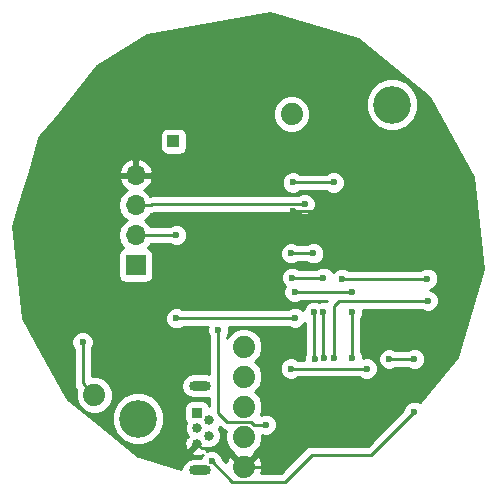
<source format=gbr>
G04 #@! TF.FileFunction,Copper,L2,Bot,Signal*
%FSLAX46Y46*%
G04 Gerber Fmt 4.6, Leading zero omitted, Abs format (unit mm)*
G04 Created by KiCad (PCBNEW 4.0.7-e2-6376~61~ubuntu18.04.1) date Sat Jul 21 18:25:59 2018*
%MOMM*%
%LPD*%
G01*
G04 APERTURE LIST*
%ADD10C,0.100000*%
%ADD11C,1.879600*%
%ADD12R,0.840000X0.840000*%
%ADD13C,0.840000*%
%ADD14O,1.850000X0.850000*%
%ADD15C,3.200000*%
%ADD16R,1.000000X1.000000*%
%ADD17R,1.700000X1.700000*%
%ADD18O,1.700000X1.700000*%
%ADD19C,0.600000*%
%ADD20C,0.250000*%
%ADD21C,0.254000*%
G04 APERTURE END LIST*
D10*
D11*
X147000000Y-76000000D03*
D12*
X155700000Y-77500000D03*
D13*
X156700000Y-78150000D03*
X155700000Y-78800000D03*
X156700000Y-79450000D03*
X155700000Y-80100000D03*
D14*
X155920000Y-75225000D03*
X155920000Y-82375000D03*
D11*
X159650000Y-71910000D03*
X159650000Y-74450000D03*
X159650000Y-76990000D03*
X159650000Y-79530000D03*
X159650000Y-82070000D03*
X163700000Y-52200000D03*
D15*
X150700000Y-78000000D03*
X172200000Y-51400000D03*
D16*
X153700000Y-54500000D03*
D17*
X150500000Y-65000000D03*
D18*
X150500000Y-62460000D03*
X150500000Y-59920000D03*
X150500000Y-57380000D03*
D19*
X155000000Y-52500000D03*
X157000000Y-52500000D03*
X176500000Y-71000000D03*
X163150000Y-82050000D03*
X163850000Y-60450000D03*
X167200000Y-60450000D03*
X151050000Y-55450000D03*
X147850000Y-58650000D03*
X147900000Y-66700000D03*
X149450000Y-70150000D03*
X166500000Y-45150000D03*
X169700000Y-47900000D03*
X163800000Y-58000000D03*
X167250000Y-58000000D03*
X146000000Y-71500000D03*
X153950000Y-62450000D03*
X153950000Y-69500000D03*
X164000000Y-69450000D03*
X164800000Y-59824980D03*
X157500000Y-70500000D03*
X161500000Y-78500000D03*
X167253588Y-72850512D03*
X175250000Y-68000000D03*
X165660604Y-72948477D03*
X163650000Y-64000000D03*
X165550000Y-64000000D03*
X165600000Y-68950000D03*
X166453613Y-72842860D03*
X163750000Y-66050000D03*
X166400000Y-66050000D03*
X166400000Y-68950000D03*
X170050000Y-73750000D03*
X163635002Y-73750000D03*
X175200000Y-66150000D03*
X167950000Y-66150000D03*
X168850000Y-72900000D03*
X168850000Y-68950000D03*
X168800000Y-67250000D03*
X163950000Y-67250000D03*
X171950000Y-72950000D03*
X174100000Y-72950000D03*
X174100000Y-77400000D03*
X156950000Y-81600000D03*
D20*
X155700000Y-80100000D02*
X156119999Y-80519999D01*
X156119999Y-80519999D02*
X158099999Y-80519999D01*
X158099999Y-80519999D02*
X158710201Y-81130201D01*
X158710201Y-81130201D02*
X159650000Y-82070000D01*
X163150000Y-82050000D02*
X159670000Y-82050000D01*
X159670000Y-82050000D02*
X159650000Y-82070000D01*
X167200000Y-60450000D02*
X166775736Y-60450000D01*
X166775736Y-60450000D02*
X163850000Y-60450000D01*
X167250000Y-58000000D02*
X163800000Y-58000000D01*
X146000000Y-71500000D02*
X146000000Y-75000000D01*
X146000000Y-75000000D02*
X147000000Y-76000000D01*
X153950000Y-62450000D02*
X150510000Y-62450000D01*
X150510000Y-62450000D02*
X150500000Y-62460000D01*
X164000000Y-69450000D02*
X154000000Y-69450000D01*
X154000000Y-69450000D02*
X153950000Y-69500000D01*
X151829077Y-59920000D02*
X151924097Y-59824980D01*
X150500000Y-59920000D02*
X151829077Y-59920000D01*
X151924097Y-59824980D02*
X164800000Y-59824980D01*
X158265199Y-78265199D02*
X157500000Y-77500000D01*
X157500000Y-77500000D02*
X157500000Y-70500000D01*
X161500000Y-78500000D02*
X160491906Y-78500000D01*
X160491906Y-78500000D02*
X160257105Y-78265199D01*
X160257105Y-78265199D02*
X158265199Y-78265199D01*
X167253588Y-72426248D02*
X167253588Y-72850512D01*
X167253588Y-68496412D02*
X167253588Y-72426248D01*
X167750000Y-68000000D02*
X167253588Y-68496412D01*
X175250000Y-68000000D02*
X167750000Y-68000000D01*
X165600000Y-68950000D02*
X165600000Y-72887873D01*
X165600000Y-72887873D02*
X165660604Y-72948477D01*
X165550000Y-64000000D02*
X163650000Y-64000000D01*
X166400000Y-72789247D02*
X166453613Y-72842860D01*
X166400000Y-68950000D02*
X166400000Y-72789247D01*
X166400000Y-66050000D02*
X163750000Y-66050000D01*
X163635002Y-73750000D02*
X170050000Y-73750000D01*
X167950000Y-66150000D02*
X175200000Y-66150000D01*
X168850000Y-68950000D02*
X168850000Y-72900000D01*
X163950000Y-67250000D02*
X168800000Y-67250000D01*
X174100000Y-72950000D02*
X171950000Y-72950000D01*
X172300000Y-79200000D02*
X174100000Y-77400000D01*
X165400000Y-81050000D02*
X170450000Y-81050000D01*
X170450000Y-81050000D02*
X172300000Y-79200000D01*
X163115199Y-83334801D02*
X165400000Y-81050000D01*
X156950000Y-81600000D02*
X158684801Y-83334801D01*
X158684801Y-83334801D02*
X163115199Y-83334801D01*
D21*
G36*
X169303508Y-45828387D02*
X175359475Y-50726202D01*
X179080148Y-57568713D01*
X179899086Y-65314207D01*
X177691614Y-72783506D01*
X174606635Y-76597970D01*
X174286799Y-76465162D01*
X173914833Y-76464838D01*
X173571057Y-76606883D01*
X173307808Y-76869673D01*
X173165162Y-77213201D01*
X173165121Y-77260077D01*
X170145914Y-80279284D01*
X170126207Y-80290000D01*
X165400000Y-80290000D01*
X165109161Y-80347852D01*
X164862599Y-80512599D01*
X162800397Y-82574801D01*
X161142290Y-82574801D01*
X161236045Y-82320167D01*
X161211049Y-81694172D01*
X161019580Y-81231923D01*
X160758968Y-81140637D01*
X159829605Y-82070000D01*
X159843748Y-82084143D01*
X159664143Y-82263748D01*
X159650000Y-82249605D01*
X159635858Y-82263748D01*
X159456253Y-82084143D01*
X159470395Y-82070000D01*
X158541032Y-81140637D01*
X158280420Y-81231923D01*
X158112578Y-81687776D01*
X157885122Y-81460320D01*
X157885162Y-81414833D01*
X157743117Y-81071057D01*
X157480327Y-80807808D01*
X157136799Y-80665162D01*
X156764833Y-80664838D01*
X156538121Y-80758513D01*
X156431916Y-80652308D01*
X156638796Y-80625095D01*
X156677752Y-80504981D01*
X156908932Y-80505183D01*
X157296829Y-80344907D01*
X157593864Y-80048390D01*
X157754817Y-79660773D01*
X157755183Y-79241068D01*
X157594907Y-78853171D01*
X157541996Y-78800168D01*
X157593864Y-78748390D01*
X157617255Y-78692057D01*
X157727798Y-78802600D01*
X157974360Y-78967347D01*
X158162894Y-79004849D01*
X158075474Y-79215379D01*
X158074927Y-79841873D01*
X158314171Y-80420887D01*
X158755115Y-80862601D01*
X158720637Y-80961032D01*
X159650000Y-81890395D01*
X160579363Y-80961032D01*
X160544687Y-80862036D01*
X160984272Y-80423217D01*
X161224526Y-79844621D01*
X161224916Y-79398179D01*
X161313201Y-79434838D01*
X161685167Y-79435162D01*
X162028943Y-79293117D01*
X162292192Y-79030327D01*
X162434838Y-78686799D01*
X162435162Y-78314833D01*
X162293117Y-77971057D01*
X162030327Y-77707808D01*
X161686799Y-77565162D01*
X161314833Y-77564838D01*
X161075393Y-77663772D01*
X161224526Y-77304621D01*
X161225073Y-76678127D01*
X160985829Y-76099113D01*
X160607104Y-75719727D01*
X160984272Y-75343217D01*
X161224526Y-74764621D01*
X161225073Y-74138127D01*
X160985829Y-73559113D01*
X160607104Y-73179727D01*
X160984272Y-72803217D01*
X161224526Y-72224621D01*
X161225073Y-71598127D01*
X160985829Y-71019113D01*
X160543217Y-70575728D01*
X159964621Y-70335474D01*
X159338127Y-70334927D01*
X158759113Y-70574171D01*
X158315728Y-71016783D01*
X158260000Y-71150991D01*
X158260000Y-71062463D01*
X158292192Y-71030327D01*
X158434838Y-70686799D01*
X158435162Y-70314833D01*
X158391846Y-70210000D01*
X163437537Y-70210000D01*
X163469673Y-70242192D01*
X163813201Y-70384838D01*
X164185167Y-70385162D01*
X164528943Y-70243117D01*
X164792192Y-69980327D01*
X164840000Y-69865193D01*
X164840000Y-72486573D01*
X164725766Y-72761678D01*
X164725567Y-72990000D01*
X164197465Y-72990000D01*
X164165329Y-72957808D01*
X163821801Y-72815162D01*
X163449835Y-72814838D01*
X163106059Y-72956883D01*
X162842810Y-73219673D01*
X162700164Y-73563201D01*
X162699840Y-73935167D01*
X162841885Y-74278943D01*
X163104675Y-74542192D01*
X163448203Y-74684838D01*
X163820169Y-74685162D01*
X164163945Y-74543117D01*
X164197120Y-74510000D01*
X169487537Y-74510000D01*
X169519673Y-74542192D01*
X169863201Y-74684838D01*
X170235167Y-74685162D01*
X170578943Y-74543117D01*
X170842192Y-74280327D01*
X170984838Y-73936799D01*
X170985162Y-73564833D01*
X170843117Y-73221057D01*
X170757377Y-73135167D01*
X171014838Y-73135167D01*
X171156883Y-73478943D01*
X171419673Y-73742192D01*
X171763201Y-73884838D01*
X172135167Y-73885162D01*
X172478943Y-73743117D01*
X172512118Y-73710000D01*
X173537537Y-73710000D01*
X173569673Y-73742192D01*
X173913201Y-73884838D01*
X174285167Y-73885162D01*
X174628943Y-73743117D01*
X174892192Y-73480327D01*
X175034838Y-73136799D01*
X175035162Y-72764833D01*
X174893117Y-72421057D01*
X174630327Y-72157808D01*
X174286799Y-72015162D01*
X173914833Y-72014838D01*
X173571057Y-72156883D01*
X173537882Y-72190000D01*
X172512463Y-72190000D01*
X172480327Y-72157808D01*
X172136799Y-72015162D01*
X171764833Y-72014838D01*
X171421057Y-72156883D01*
X171157808Y-72419673D01*
X171015162Y-72763201D01*
X171014838Y-73135167D01*
X170757377Y-73135167D01*
X170580327Y-72957808D01*
X170236799Y-72815162D01*
X169864833Y-72814838D01*
X169785046Y-72847805D01*
X169785162Y-72714833D01*
X169643117Y-72371057D01*
X169610000Y-72337882D01*
X169610000Y-69512463D01*
X169642192Y-69480327D01*
X169784838Y-69136799D01*
X169785162Y-68764833D01*
X169783165Y-68760000D01*
X174687537Y-68760000D01*
X174719673Y-68792192D01*
X175063201Y-68934838D01*
X175435167Y-68935162D01*
X175778943Y-68793117D01*
X176042192Y-68530327D01*
X176184838Y-68186799D01*
X176185162Y-67814833D01*
X176043117Y-67471057D01*
X175780327Y-67207808D01*
X175436799Y-67065162D01*
X175433578Y-67065159D01*
X175728943Y-66943117D01*
X175992192Y-66680327D01*
X176134838Y-66336799D01*
X176135162Y-65964833D01*
X175993117Y-65621057D01*
X175730327Y-65357808D01*
X175386799Y-65215162D01*
X175014833Y-65214838D01*
X174671057Y-65356883D01*
X174637882Y-65390000D01*
X168512463Y-65390000D01*
X168480327Y-65357808D01*
X168136799Y-65215162D01*
X167764833Y-65214838D01*
X167421057Y-65356883D01*
X167211654Y-65565921D01*
X167193117Y-65521057D01*
X166930327Y-65257808D01*
X166586799Y-65115162D01*
X166214833Y-65114838D01*
X165871057Y-65256883D01*
X165837882Y-65290000D01*
X164312463Y-65290000D01*
X164280327Y-65257808D01*
X163936799Y-65115162D01*
X163564833Y-65114838D01*
X163221057Y-65256883D01*
X162957808Y-65519673D01*
X162815162Y-65863201D01*
X162814838Y-66235167D01*
X162956883Y-66578943D01*
X163140053Y-66762433D01*
X163015162Y-67063201D01*
X163014838Y-67435167D01*
X163156883Y-67778943D01*
X163419673Y-68042192D01*
X163763201Y-68184838D01*
X164135167Y-68185162D01*
X164478943Y-68043117D01*
X164512118Y-68010000D01*
X166682117Y-68010000D01*
X166658715Y-68045024D01*
X166586799Y-68015162D01*
X166214833Y-68014838D01*
X165999896Y-68103648D01*
X165786799Y-68015162D01*
X165414833Y-68014838D01*
X165071057Y-68156883D01*
X164807808Y-68419673D01*
X164665162Y-68763201D01*
X164665136Y-68792853D01*
X164530327Y-68657808D01*
X164186799Y-68515162D01*
X163814833Y-68514838D01*
X163471057Y-68656883D01*
X163437882Y-68690000D01*
X154437441Y-68690000D01*
X154136799Y-68565162D01*
X153764833Y-68564838D01*
X153421057Y-68706883D01*
X153157808Y-68969673D01*
X153015162Y-69313201D01*
X153014838Y-69685167D01*
X153156883Y-70028943D01*
X153419673Y-70292192D01*
X153763201Y-70434838D01*
X154135167Y-70435162D01*
X154478943Y-70293117D01*
X154562205Y-70210000D01*
X156608015Y-70210000D01*
X156565162Y-70313201D01*
X156564838Y-70685167D01*
X156706883Y-71028943D01*
X156740000Y-71062118D01*
X156740000Y-74222573D01*
X156450562Y-74165000D01*
X155389438Y-74165000D01*
X154983794Y-74245688D01*
X154639905Y-74475467D01*
X154410126Y-74819356D01*
X154329438Y-75225000D01*
X154410126Y-75630644D01*
X154639905Y-75974533D01*
X154983794Y-76204312D01*
X155389438Y-76285000D01*
X156450562Y-76285000D01*
X156740000Y-76227427D01*
X156740000Y-76934169D01*
X156723162Y-76844683D01*
X156584090Y-76628559D01*
X156371890Y-76483569D01*
X156120000Y-76432560D01*
X155280000Y-76432560D01*
X155044683Y-76476838D01*
X154828559Y-76615910D01*
X154683569Y-76828110D01*
X154632560Y-77080000D01*
X154632560Y-77920000D01*
X154676838Y-78155317D01*
X154767108Y-78295600D01*
X154645183Y-78589227D01*
X154644817Y-79008932D01*
X154805093Y-79396829D01*
X154957131Y-79549133D01*
X154761204Y-79574905D01*
X154631721Y-79974137D01*
X154664873Y-80392531D01*
X154761204Y-80625095D01*
X154968087Y-80652308D01*
X155520395Y-80100000D01*
X155506253Y-80085858D01*
X155685858Y-79906253D01*
X155700000Y-79920395D01*
X155714143Y-79906253D01*
X155770150Y-79962260D01*
X155805093Y-80046829D01*
X155883009Y-80124881D01*
X155714143Y-80293748D01*
X155700000Y-80279605D01*
X155147692Y-80831913D01*
X155174905Y-81038796D01*
X155574137Y-81168279D01*
X155992531Y-81135127D01*
X156162955Y-81064535D01*
X156157808Y-81069673D01*
X156055939Y-81315000D01*
X155389438Y-81315000D01*
X154983794Y-81395688D01*
X154639905Y-81625467D01*
X154410126Y-81969356D01*
X154356027Y-82241329D01*
X150744050Y-81173847D01*
X150733515Y-81169204D01*
X147362192Y-78442619D01*
X148464613Y-78442619D01*
X148804155Y-79264372D01*
X149432321Y-79893636D01*
X150253481Y-80234611D01*
X151142619Y-80235387D01*
X151964372Y-79895845D01*
X152593636Y-79267679D01*
X152934611Y-78446519D01*
X152935387Y-77557381D01*
X152595845Y-76735628D01*
X151967679Y-76106364D01*
X151146519Y-75765389D01*
X150257381Y-75764613D01*
X149435628Y-76104155D01*
X148806364Y-76732321D01*
X148465389Y-77553481D01*
X148464613Y-78442619D01*
X147362192Y-78442619D01*
X144819525Y-76386217D01*
X144655696Y-76228136D01*
X142185419Y-71685167D01*
X145064838Y-71685167D01*
X145206883Y-72028943D01*
X145240000Y-72062118D01*
X145240000Y-75000000D01*
X145297852Y-75290839D01*
X145462599Y-75537401D01*
X145479784Y-75554586D01*
X145425474Y-75685379D01*
X145424927Y-76311873D01*
X145664171Y-76890887D01*
X146106783Y-77334272D01*
X146685379Y-77574526D01*
X147311873Y-77575073D01*
X147890887Y-77335829D01*
X148334272Y-76893217D01*
X148574526Y-76314621D01*
X148575073Y-75688127D01*
X148335829Y-75109113D01*
X147893217Y-74665728D01*
X147314621Y-74425474D01*
X146760000Y-74424990D01*
X146760000Y-72062463D01*
X146792192Y-72030327D01*
X146934838Y-71686799D01*
X146935162Y-71314833D01*
X146793117Y-70971057D01*
X146530327Y-70707808D01*
X146186799Y-70565162D01*
X145814833Y-70564838D01*
X145471057Y-70706883D01*
X145207808Y-70969673D01*
X145065162Y-71313201D01*
X145064838Y-71685167D01*
X142185419Y-71685167D01*
X140959852Y-69431287D01*
X140140914Y-61685793D01*
X140662775Y-59920000D01*
X148985907Y-59920000D01*
X149098946Y-60488285D01*
X149420853Y-60970054D01*
X149750026Y-61190000D01*
X149420853Y-61409946D01*
X149098946Y-61891715D01*
X148985907Y-62460000D01*
X149098946Y-63028285D01*
X149420853Y-63510054D01*
X149462452Y-63537850D01*
X149414683Y-63546838D01*
X149198559Y-63685910D01*
X149053569Y-63898110D01*
X149002560Y-64150000D01*
X149002560Y-65850000D01*
X149046838Y-66085317D01*
X149185910Y-66301441D01*
X149398110Y-66446431D01*
X149650000Y-66497440D01*
X151350000Y-66497440D01*
X151585317Y-66453162D01*
X151801441Y-66314090D01*
X151946431Y-66101890D01*
X151997440Y-65850000D01*
X151997440Y-64185167D01*
X162714838Y-64185167D01*
X162856883Y-64528943D01*
X163119673Y-64792192D01*
X163463201Y-64934838D01*
X163835167Y-64935162D01*
X164178943Y-64793117D01*
X164212118Y-64760000D01*
X164987537Y-64760000D01*
X165019673Y-64792192D01*
X165363201Y-64934838D01*
X165735167Y-64935162D01*
X166078943Y-64793117D01*
X166342192Y-64530327D01*
X166484838Y-64186799D01*
X166485162Y-63814833D01*
X166343117Y-63471057D01*
X166080327Y-63207808D01*
X165736799Y-63065162D01*
X165364833Y-63064838D01*
X165021057Y-63206883D01*
X164987882Y-63240000D01*
X164212463Y-63240000D01*
X164180327Y-63207808D01*
X163836799Y-63065162D01*
X163464833Y-63064838D01*
X163121057Y-63206883D01*
X162857808Y-63469673D01*
X162715162Y-63813201D01*
X162714838Y-64185167D01*
X151997440Y-64185167D01*
X151997440Y-64150000D01*
X151953162Y-63914683D01*
X151814090Y-63698559D01*
X151601890Y-63553569D01*
X151534459Y-63539914D01*
X151579147Y-63510054D01*
X151779636Y-63210000D01*
X153387537Y-63210000D01*
X153419673Y-63242192D01*
X153763201Y-63384838D01*
X154135167Y-63385162D01*
X154478943Y-63243117D01*
X154742192Y-62980327D01*
X154884838Y-62636799D01*
X154885162Y-62264833D01*
X154743117Y-61921057D01*
X154480327Y-61657808D01*
X154136799Y-61515162D01*
X153764833Y-61514838D01*
X153421057Y-61656883D01*
X153387882Y-61690000D01*
X151766273Y-61690000D01*
X151579147Y-61409946D01*
X151249974Y-61190000D01*
X151579147Y-60970054D01*
X151772954Y-60680000D01*
X151829077Y-60680000D01*
X152119916Y-60622148D01*
X152175542Y-60584980D01*
X164237537Y-60584980D01*
X164269673Y-60617172D01*
X164613201Y-60759818D01*
X164985167Y-60760142D01*
X165328943Y-60618097D01*
X165592192Y-60355307D01*
X165734838Y-60011779D01*
X165735162Y-59639813D01*
X165593117Y-59296037D01*
X165330327Y-59032788D01*
X164986799Y-58890142D01*
X164614833Y-58889818D01*
X164271057Y-59031863D01*
X164237882Y-59064980D01*
X151924097Y-59064980D01*
X151734644Y-59102665D01*
X151579147Y-58869946D01*
X151238447Y-58642298D01*
X151381358Y-58575183D01*
X151736792Y-58185167D01*
X162864838Y-58185167D01*
X163006883Y-58528943D01*
X163269673Y-58792192D01*
X163613201Y-58934838D01*
X163985167Y-58935162D01*
X164328943Y-58793117D01*
X164362118Y-58760000D01*
X166687537Y-58760000D01*
X166719673Y-58792192D01*
X167063201Y-58934838D01*
X167435167Y-58935162D01*
X167778943Y-58793117D01*
X168042192Y-58530327D01*
X168184838Y-58186799D01*
X168185162Y-57814833D01*
X168043117Y-57471057D01*
X167780327Y-57207808D01*
X167436799Y-57065162D01*
X167064833Y-57064838D01*
X166721057Y-57206883D01*
X166687882Y-57240000D01*
X164362463Y-57240000D01*
X164330327Y-57207808D01*
X163986799Y-57065162D01*
X163614833Y-57064838D01*
X163271057Y-57206883D01*
X163007808Y-57469673D01*
X162865162Y-57813201D01*
X162864838Y-58185167D01*
X151736792Y-58185167D01*
X151771645Y-58146924D01*
X151941476Y-57736890D01*
X151820155Y-57507000D01*
X150627000Y-57507000D01*
X150627000Y-57527000D01*
X150373000Y-57527000D01*
X150373000Y-57507000D01*
X149179845Y-57507000D01*
X149058524Y-57736890D01*
X149228355Y-58146924D01*
X149618642Y-58575183D01*
X149761553Y-58642298D01*
X149420853Y-58869946D01*
X149098946Y-59351715D01*
X148985907Y-59920000D01*
X140662775Y-59920000D01*
X141518920Y-57023110D01*
X149058524Y-57023110D01*
X149179845Y-57253000D01*
X150373000Y-57253000D01*
X150373000Y-56059181D01*
X150627000Y-56059181D01*
X150627000Y-57253000D01*
X151820155Y-57253000D01*
X151941476Y-57023110D01*
X151771645Y-56613076D01*
X151381358Y-56184817D01*
X150856892Y-55938514D01*
X150627000Y-56059181D01*
X150373000Y-56059181D01*
X150143108Y-55938514D01*
X149618642Y-56184817D01*
X149228355Y-56613076D01*
X149058524Y-57023110D01*
X141518920Y-57023110D01*
X142348387Y-54216492D01*
X142523476Y-54000000D01*
X152552560Y-54000000D01*
X152552560Y-55000000D01*
X152596838Y-55235317D01*
X152735910Y-55451441D01*
X152948110Y-55596431D01*
X153200000Y-55647440D01*
X154200000Y-55647440D01*
X154435317Y-55603162D01*
X154651441Y-55464090D01*
X154796431Y-55251890D01*
X154847440Y-55000000D01*
X154847440Y-54000000D01*
X154803162Y-53764683D01*
X154664090Y-53548559D01*
X154451890Y-53403569D01*
X154200000Y-53352560D01*
X153200000Y-53352560D01*
X152964683Y-53396838D01*
X152748559Y-53535910D01*
X152603569Y-53748110D01*
X152552560Y-54000000D01*
X142523476Y-54000000D01*
X143727011Y-52511873D01*
X162124927Y-52511873D01*
X162364171Y-53090887D01*
X162806783Y-53534272D01*
X163385379Y-53774526D01*
X164011873Y-53775073D01*
X164590887Y-53535829D01*
X165034272Y-53093217D01*
X165274526Y-52514621D01*
X165275073Y-51888127D01*
X165256270Y-51842619D01*
X169964613Y-51842619D01*
X170304155Y-52664372D01*
X170932321Y-53293636D01*
X171753481Y-53634611D01*
X172642619Y-53635387D01*
X173464372Y-53295845D01*
X174093636Y-52667679D01*
X174434611Y-51846519D01*
X174435387Y-50957381D01*
X174095845Y-50135628D01*
X173467679Y-49506364D01*
X172646519Y-49165389D01*
X171757381Y-49164613D01*
X170935628Y-49504155D01*
X170306364Y-50132321D01*
X169965389Y-50953481D01*
X169964613Y-51842619D01*
X165256270Y-51842619D01*
X165035829Y-51309113D01*
X164593217Y-50865728D01*
X164014621Y-50625474D01*
X163388127Y-50624927D01*
X162809113Y-50864171D01*
X162365728Y-51306783D01*
X162125474Y-51885379D01*
X162124927Y-52511873D01*
X143727011Y-52511873D01*
X147262299Y-48140622D01*
X151433487Y-45479646D01*
X161859308Y-43628332D01*
X169303508Y-45828387D01*
X169303508Y-45828387D01*
G37*
X169303508Y-45828387D02*
X175359475Y-50726202D01*
X179080148Y-57568713D01*
X179899086Y-65314207D01*
X177691614Y-72783506D01*
X174606635Y-76597970D01*
X174286799Y-76465162D01*
X173914833Y-76464838D01*
X173571057Y-76606883D01*
X173307808Y-76869673D01*
X173165162Y-77213201D01*
X173165121Y-77260077D01*
X170145914Y-80279284D01*
X170126207Y-80290000D01*
X165400000Y-80290000D01*
X165109161Y-80347852D01*
X164862599Y-80512599D01*
X162800397Y-82574801D01*
X161142290Y-82574801D01*
X161236045Y-82320167D01*
X161211049Y-81694172D01*
X161019580Y-81231923D01*
X160758968Y-81140637D01*
X159829605Y-82070000D01*
X159843748Y-82084143D01*
X159664143Y-82263748D01*
X159650000Y-82249605D01*
X159635858Y-82263748D01*
X159456253Y-82084143D01*
X159470395Y-82070000D01*
X158541032Y-81140637D01*
X158280420Y-81231923D01*
X158112578Y-81687776D01*
X157885122Y-81460320D01*
X157885162Y-81414833D01*
X157743117Y-81071057D01*
X157480327Y-80807808D01*
X157136799Y-80665162D01*
X156764833Y-80664838D01*
X156538121Y-80758513D01*
X156431916Y-80652308D01*
X156638796Y-80625095D01*
X156677752Y-80504981D01*
X156908932Y-80505183D01*
X157296829Y-80344907D01*
X157593864Y-80048390D01*
X157754817Y-79660773D01*
X157755183Y-79241068D01*
X157594907Y-78853171D01*
X157541996Y-78800168D01*
X157593864Y-78748390D01*
X157617255Y-78692057D01*
X157727798Y-78802600D01*
X157974360Y-78967347D01*
X158162894Y-79004849D01*
X158075474Y-79215379D01*
X158074927Y-79841873D01*
X158314171Y-80420887D01*
X158755115Y-80862601D01*
X158720637Y-80961032D01*
X159650000Y-81890395D01*
X160579363Y-80961032D01*
X160544687Y-80862036D01*
X160984272Y-80423217D01*
X161224526Y-79844621D01*
X161224916Y-79398179D01*
X161313201Y-79434838D01*
X161685167Y-79435162D01*
X162028943Y-79293117D01*
X162292192Y-79030327D01*
X162434838Y-78686799D01*
X162435162Y-78314833D01*
X162293117Y-77971057D01*
X162030327Y-77707808D01*
X161686799Y-77565162D01*
X161314833Y-77564838D01*
X161075393Y-77663772D01*
X161224526Y-77304621D01*
X161225073Y-76678127D01*
X160985829Y-76099113D01*
X160607104Y-75719727D01*
X160984272Y-75343217D01*
X161224526Y-74764621D01*
X161225073Y-74138127D01*
X160985829Y-73559113D01*
X160607104Y-73179727D01*
X160984272Y-72803217D01*
X161224526Y-72224621D01*
X161225073Y-71598127D01*
X160985829Y-71019113D01*
X160543217Y-70575728D01*
X159964621Y-70335474D01*
X159338127Y-70334927D01*
X158759113Y-70574171D01*
X158315728Y-71016783D01*
X158260000Y-71150991D01*
X158260000Y-71062463D01*
X158292192Y-71030327D01*
X158434838Y-70686799D01*
X158435162Y-70314833D01*
X158391846Y-70210000D01*
X163437537Y-70210000D01*
X163469673Y-70242192D01*
X163813201Y-70384838D01*
X164185167Y-70385162D01*
X164528943Y-70243117D01*
X164792192Y-69980327D01*
X164840000Y-69865193D01*
X164840000Y-72486573D01*
X164725766Y-72761678D01*
X164725567Y-72990000D01*
X164197465Y-72990000D01*
X164165329Y-72957808D01*
X163821801Y-72815162D01*
X163449835Y-72814838D01*
X163106059Y-72956883D01*
X162842810Y-73219673D01*
X162700164Y-73563201D01*
X162699840Y-73935167D01*
X162841885Y-74278943D01*
X163104675Y-74542192D01*
X163448203Y-74684838D01*
X163820169Y-74685162D01*
X164163945Y-74543117D01*
X164197120Y-74510000D01*
X169487537Y-74510000D01*
X169519673Y-74542192D01*
X169863201Y-74684838D01*
X170235167Y-74685162D01*
X170578943Y-74543117D01*
X170842192Y-74280327D01*
X170984838Y-73936799D01*
X170985162Y-73564833D01*
X170843117Y-73221057D01*
X170757377Y-73135167D01*
X171014838Y-73135167D01*
X171156883Y-73478943D01*
X171419673Y-73742192D01*
X171763201Y-73884838D01*
X172135167Y-73885162D01*
X172478943Y-73743117D01*
X172512118Y-73710000D01*
X173537537Y-73710000D01*
X173569673Y-73742192D01*
X173913201Y-73884838D01*
X174285167Y-73885162D01*
X174628943Y-73743117D01*
X174892192Y-73480327D01*
X175034838Y-73136799D01*
X175035162Y-72764833D01*
X174893117Y-72421057D01*
X174630327Y-72157808D01*
X174286799Y-72015162D01*
X173914833Y-72014838D01*
X173571057Y-72156883D01*
X173537882Y-72190000D01*
X172512463Y-72190000D01*
X172480327Y-72157808D01*
X172136799Y-72015162D01*
X171764833Y-72014838D01*
X171421057Y-72156883D01*
X171157808Y-72419673D01*
X171015162Y-72763201D01*
X171014838Y-73135167D01*
X170757377Y-73135167D01*
X170580327Y-72957808D01*
X170236799Y-72815162D01*
X169864833Y-72814838D01*
X169785046Y-72847805D01*
X169785162Y-72714833D01*
X169643117Y-72371057D01*
X169610000Y-72337882D01*
X169610000Y-69512463D01*
X169642192Y-69480327D01*
X169784838Y-69136799D01*
X169785162Y-68764833D01*
X169783165Y-68760000D01*
X174687537Y-68760000D01*
X174719673Y-68792192D01*
X175063201Y-68934838D01*
X175435167Y-68935162D01*
X175778943Y-68793117D01*
X176042192Y-68530327D01*
X176184838Y-68186799D01*
X176185162Y-67814833D01*
X176043117Y-67471057D01*
X175780327Y-67207808D01*
X175436799Y-67065162D01*
X175433578Y-67065159D01*
X175728943Y-66943117D01*
X175992192Y-66680327D01*
X176134838Y-66336799D01*
X176135162Y-65964833D01*
X175993117Y-65621057D01*
X175730327Y-65357808D01*
X175386799Y-65215162D01*
X175014833Y-65214838D01*
X174671057Y-65356883D01*
X174637882Y-65390000D01*
X168512463Y-65390000D01*
X168480327Y-65357808D01*
X168136799Y-65215162D01*
X167764833Y-65214838D01*
X167421057Y-65356883D01*
X167211654Y-65565921D01*
X167193117Y-65521057D01*
X166930327Y-65257808D01*
X166586799Y-65115162D01*
X166214833Y-65114838D01*
X165871057Y-65256883D01*
X165837882Y-65290000D01*
X164312463Y-65290000D01*
X164280327Y-65257808D01*
X163936799Y-65115162D01*
X163564833Y-65114838D01*
X163221057Y-65256883D01*
X162957808Y-65519673D01*
X162815162Y-65863201D01*
X162814838Y-66235167D01*
X162956883Y-66578943D01*
X163140053Y-66762433D01*
X163015162Y-67063201D01*
X163014838Y-67435167D01*
X163156883Y-67778943D01*
X163419673Y-68042192D01*
X163763201Y-68184838D01*
X164135167Y-68185162D01*
X164478943Y-68043117D01*
X164512118Y-68010000D01*
X166682117Y-68010000D01*
X166658715Y-68045024D01*
X166586799Y-68015162D01*
X166214833Y-68014838D01*
X165999896Y-68103648D01*
X165786799Y-68015162D01*
X165414833Y-68014838D01*
X165071057Y-68156883D01*
X164807808Y-68419673D01*
X164665162Y-68763201D01*
X164665136Y-68792853D01*
X164530327Y-68657808D01*
X164186799Y-68515162D01*
X163814833Y-68514838D01*
X163471057Y-68656883D01*
X163437882Y-68690000D01*
X154437441Y-68690000D01*
X154136799Y-68565162D01*
X153764833Y-68564838D01*
X153421057Y-68706883D01*
X153157808Y-68969673D01*
X153015162Y-69313201D01*
X153014838Y-69685167D01*
X153156883Y-70028943D01*
X153419673Y-70292192D01*
X153763201Y-70434838D01*
X154135167Y-70435162D01*
X154478943Y-70293117D01*
X154562205Y-70210000D01*
X156608015Y-70210000D01*
X156565162Y-70313201D01*
X156564838Y-70685167D01*
X156706883Y-71028943D01*
X156740000Y-71062118D01*
X156740000Y-74222573D01*
X156450562Y-74165000D01*
X155389438Y-74165000D01*
X154983794Y-74245688D01*
X154639905Y-74475467D01*
X154410126Y-74819356D01*
X154329438Y-75225000D01*
X154410126Y-75630644D01*
X154639905Y-75974533D01*
X154983794Y-76204312D01*
X155389438Y-76285000D01*
X156450562Y-76285000D01*
X156740000Y-76227427D01*
X156740000Y-76934169D01*
X156723162Y-76844683D01*
X156584090Y-76628559D01*
X156371890Y-76483569D01*
X156120000Y-76432560D01*
X155280000Y-76432560D01*
X155044683Y-76476838D01*
X154828559Y-76615910D01*
X154683569Y-76828110D01*
X154632560Y-77080000D01*
X154632560Y-77920000D01*
X154676838Y-78155317D01*
X154767108Y-78295600D01*
X154645183Y-78589227D01*
X154644817Y-79008932D01*
X154805093Y-79396829D01*
X154957131Y-79549133D01*
X154761204Y-79574905D01*
X154631721Y-79974137D01*
X154664873Y-80392531D01*
X154761204Y-80625095D01*
X154968087Y-80652308D01*
X155520395Y-80100000D01*
X155506253Y-80085858D01*
X155685858Y-79906253D01*
X155700000Y-79920395D01*
X155714143Y-79906253D01*
X155770150Y-79962260D01*
X155805093Y-80046829D01*
X155883009Y-80124881D01*
X155714143Y-80293748D01*
X155700000Y-80279605D01*
X155147692Y-80831913D01*
X155174905Y-81038796D01*
X155574137Y-81168279D01*
X155992531Y-81135127D01*
X156162955Y-81064535D01*
X156157808Y-81069673D01*
X156055939Y-81315000D01*
X155389438Y-81315000D01*
X154983794Y-81395688D01*
X154639905Y-81625467D01*
X154410126Y-81969356D01*
X154356027Y-82241329D01*
X150744050Y-81173847D01*
X150733515Y-81169204D01*
X147362192Y-78442619D01*
X148464613Y-78442619D01*
X148804155Y-79264372D01*
X149432321Y-79893636D01*
X150253481Y-80234611D01*
X151142619Y-80235387D01*
X151964372Y-79895845D01*
X152593636Y-79267679D01*
X152934611Y-78446519D01*
X152935387Y-77557381D01*
X152595845Y-76735628D01*
X151967679Y-76106364D01*
X151146519Y-75765389D01*
X150257381Y-75764613D01*
X149435628Y-76104155D01*
X148806364Y-76732321D01*
X148465389Y-77553481D01*
X148464613Y-78442619D01*
X147362192Y-78442619D01*
X144819525Y-76386217D01*
X144655696Y-76228136D01*
X142185419Y-71685167D01*
X145064838Y-71685167D01*
X145206883Y-72028943D01*
X145240000Y-72062118D01*
X145240000Y-75000000D01*
X145297852Y-75290839D01*
X145462599Y-75537401D01*
X145479784Y-75554586D01*
X145425474Y-75685379D01*
X145424927Y-76311873D01*
X145664171Y-76890887D01*
X146106783Y-77334272D01*
X146685379Y-77574526D01*
X147311873Y-77575073D01*
X147890887Y-77335829D01*
X148334272Y-76893217D01*
X148574526Y-76314621D01*
X148575073Y-75688127D01*
X148335829Y-75109113D01*
X147893217Y-74665728D01*
X147314621Y-74425474D01*
X146760000Y-74424990D01*
X146760000Y-72062463D01*
X146792192Y-72030327D01*
X146934838Y-71686799D01*
X146935162Y-71314833D01*
X146793117Y-70971057D01*
X146530327Y-70707808D01*
X146186799Y-70565162D01*
X145814833Y-70564838D01*
X145471057Y-70706883D01*
X145207808Y-70969673D01*
X145065162Y-71313201D01*
X145064838Y-71685167D01*
X142185419Y-71685167D01*
X140959852Y-69431287D01*
X140140914Y-61685793D01*
X140662775Y-59920000D01*
X148985907Y-59920000D01*
X149098946Y-60488285D01*
X149420853Y-60970054D01*
X149750026Y-61190000D01*
X149420853Y-61409946D01*
X149098946Y-61891715D01*
X148985907Y-62460000D01*
X149098946Y-63028285D01*
X149420853Y-63510054D01*
X149462452Y-63537850D01*
X149414683Y-63546838D01*
X149198559Y-63685910D01*
X149053569Y-63898110D01*
X149002560Y-64150000D01*
X149002560Y-65850000D01*
X149046838Y-66085317D01*
X149185910Y-66301441D01*
X149398110Y-66446431D01*
X149650000Y-66497440D01*
X151350000Y-66497440D01*
X151585317Y-66453162D01*
X151801441Y-66314090D01*
X151946431Y-66101890D01*
X151997440Y-65850000D01*
X151997440Y-64185167D01*
X162714838Y-64185167D01*
X162856883Y-64528943D01*
X163119673Y-64792192D01*
X163463201Y-64934838D01*
X163835167Y-64935162D01*
X164178943Y-64793117D01*
X164212118Y-64760000D01*
X164987537Y-64760000D01*
X165019673Y-64792192D01*
X165363201Y-64934838D01*
X165735167Y-64935162D01*
X166078943Y-64793117D01*
X166342192Y-64530327D01*
X166484838Y-64186799D01*
X166485162Y-63814833D01*
X166343117Y-63471057D01*
X166080327Y-63207808D01*
X165736799Y-63065162D01*
X165364833Y-63064838D01*
X165021057Y-63206883D01*
X164987882Y-63240000D01*
X164212463Y-63240000D01*
X164180327Y-63207808D01*
X163836799Y-63065162D01*
X163464833Y-63064838D01*
X163121057Y-63206883D01*
X162857808Y-63469673D01*
X162715162Y-63813201D01*
X162714838Y-64185167D01*
X151997440Y-64185167D01*
X151997440Y-64150000D01*
X151953162Y-63914683D01*
X151814090Y-63698559D01*
X151601890Y-63553569D01*
X151534459Y-63539914D01*
X151579147Y-63510054D01*
X151779636Y-63210000D01*
X153387537Y-63210000D01*
X153419673Y-63242192D01*
X153763201Y-63384838D01*
X154135167Y-63385162D01*
X154478943Y-63243117D01*
X154742192Y-62980327D01*
X154884838Y-62636799D01*
X154885162Y-62264833D01*
X154743117Y-61921057D01*
X154480327Y-61657808D01*
X154136799Y-61515162D01*
X153764833Y-61514838D01*
X153421057Y-61656883D01*
X153387882Y-61690000D01*
X151766273Y-61690000D01*
X151579147Y-61409946D01*
X151249974Y-61190000D01*
X151579147Y-60970054D01*
X151772954Y-60680000D01*
X151829077Y-60680000D01*
X152119916Y-60622148D01*
X152175542Y-60584980D01*
X164237537Y-60584980D01*
X164269673Y-60617172D01*
X164613201Y-60759818D01*
X164985167Y-60760142D01*
X165328943Y-60618097D01*
X165592192Y-60355307D01*
X165734838Y-60011779D01*
X165735162Y-59639813D01*
X165593117Y-59296037D01*
X165330327Y-59032788D01*
X164986799Y-58890142D01*
X164614833Y-58889818D01*
X164271057Y-59031863D01*
X164237882Y-59064980D01*
X151924097Y-59064980D01*
X151734644Y-59102665D01*
X151579147Y-58869946D01*
X151238447Y-58642298D01*
X151381358Y-58575183D01*
X151736792Y-58185167D01*
X162864838Y-58185167D01*
X163006883Y-58528943D01*
X163269673Y-58792192D01*
X163613201Y-58934838D01*
X163985167Y-58935162D01*
X164328943Y-58793117D01*
X164362118Y-58760000D01*
X166687537Y-58760000D01*
X166719673Y-58792192D01*
X167063201Y-58934838D01*
X167435167Y-58935162D01*
X167778943Y-58793117D01*
X168042192Y-58530327D01*
X168184838Y-58186799D01*
X168185162Y-57814833D01*
X168043117Y-57471057D01*
X167780327Y-57207808D01*
X167436799Y-57065162D01*
X167064833Y-57064838D01*
X166721057Y-57206883D01*
X166687882Y-57240000D01*
X164362463Y-57240000D01*
X164330327Y-57207808D01*
X163986799Y-57065162D01*
X163614833Y-57064838D01*
X163271057Y-57206883D01*
X163007808Y-57469673D01*
X162865162Y-57813201D01*
X162864838Y-58185167D01*
X151736792Y-58185167D01*
X151771645Y-58146924D01*
X151941476Y-57736890D01*
X151820155Y-57507000D01*
X150627000Y-57507000D01*
X150627000Y-57527000D01*
X150373000Y-57527000D01*
X150373000Y-57507000D01*
X149179845Y-57507000D01*
X149058524Y-57736890D01*
X149228355Y-58146924D01*
X149618642Y-58575183D01*
X149761553Y-58642298D01*
X149420853Y-58869946D01*
X149098946Y-59351715D01*
X148985907Y-59920000D01*
X140662775Y-59920000D01*
X141518920Y-57023110D01*
X149058524Y-57023110D01*
X149179845Y-57253000D01*
X150373000Y-57253000D01*
X150373000Y-56059181D01*
X150627000Y-56059181D01*
X150627000Y-57253000D01*
X151820155Y-57253000D01*
X151941476Y-57023110D01*
X151771645Y-56613076D01*
X151381358Y-56184817D01*
X150856892Y-55938514D01*
X150627000Y-56059181D01*
X150373000Y-56059181D01*
X150143108Y-55938514D01*
X149618642Y-56184817D01*
X149228355Y-56613076D01*
X149058524Y-57023110D01*
X141518920Y-57023110D01*
X142348387Y-54216492D01*
X142523476Y-54000000D01*
X152552560Y-54000000D01*
X152552560Y-55000000D01*
X152596838Y-55235317D01*
X152735910Y-55451441D01*
X152948110Y-55596431D01*
X153200000Y-55647440D01*
X154200000Y-55647440D01*
X154435317Y-55603162D01*
X154651441Y-55464090D01*
X154796431Y-55251890D01*
X154847440Y-55000000D01*
X154847440Y-54000000D01*
X154803162Y-53764683D01*
X154664090Y-53548559D01*
X154451890Y-53403569D01*
X154200000Y-53352560D01*
X153200000Y-53352560D01*
X152964683Y-53396838D01*
X152748559Y-53535910D01*
X152603569Y-53748110D01*
X152552560Y-54000000D01*
X142523476Y-54000000D01*
X143727011Y-52511873D01*
X162124927Y-52511873D01*
X162364171Y-53090887D01*
X162806783Y-53534272D01*
X163385379Y-53774526D01*
X164011873Y-53775073D01*
X164590887Y-53535829D01*
X165034272Y-53093217D01*
X165274526Y-52514621D01*
X165275073Y-51888127D01*
X165256270Y-51842619D01*
X169964613Y-51842619D01*
X170304155Y-52664372D01*
X170932321Y-53293636D01*
X171753481Y-53634611D01*
X172642619Y-53635387D01*
X173464372Y-53295845D01*
X174093636Y-52667679D01*
X174434611Y-51846519D01*
X174435387Y-50957381D01*
X174095845Y-50135628D01*
X173467679Y-49506364D01*
X172646519Y-49165389D01*
X171757381Y-49164613D01*
X170935628Y-49504155D01*
X170306364Y-50132321D01*
X169965389Y-50953481D01*
X169964613Y-51842619D01*
X165256270Y-51842619D01*
X165035829Y-51309113D01*
X164593217Y-50865728D01*
X164014621Y-50625474D01*
X163388127Y-50624927D01*
X162809113Y-50864171D01*
X162365728Y-51306783D01*
X162125474Y-51885379D01*
X162124927Y-52511873D01*
X143727011Y-52511873D01*
X147262299Y-48140622D01*
X151433487Y-45479646D01*
X161859308Y-43628332D01*
X169303508Y-45828387D01*
M02*

</source>
